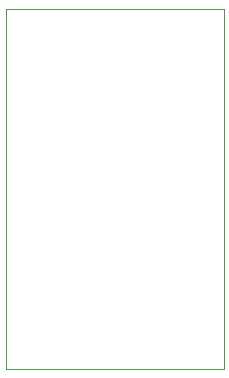
<source format=gm1>
G04 #@! TF.GenerationSoftware,KiCad,Pcbnew,5.1.5+dfsg1-2build2*
G04 #@! TF.CreationDate,2020-08-31T21:39:47-07:00*
G04 #@! TF.ProjectId,adapter,61646170-7465-4722-9e6b-696361645f70,v01*
G04 #@! TF.SameCoordinates,Original*
G04 #@! TF.FileFunction,Profile,NP*
%FSLAX46Y46*%
G04 Gerber Fmt 4.6, Leading zero omitted, Abs format (unit mm)*
G04 Created by KiCad (PCBNEW 5.1.5+dfsg1-2build2) date 2020-08-31 21:39:47*
%MOMM*%
%LPD*%
G04 APERTURE LIST*
%ADD10C,0.025400*%
G04 APERTURE END LIST*
D10*
X130784600Y-115493800D02*
X130810000Y-85064600D01*
X149275800Y-115493800D02*
X130784600Y-115493800D01*
X149275800Y-85064600D02*
X149275800Y-115493800D01*
X130810000Y-85064600D02*
X149275800Y-85064600D01*
M02*

</source>
